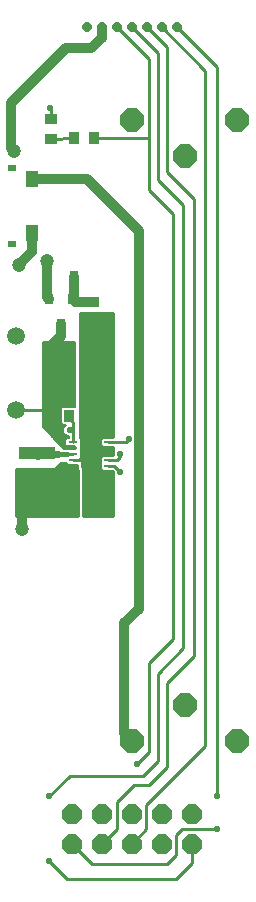
<source format=gtl>
G75*
%MOIN*%
%OFA0B0*%
%FSLAX25Y25*%
%IPPOS*%
%LPD*%
%AMOC8*
5,1,8,0,0,1.08239X$1,22.5*
%
%ADD10OC8,0.06600*%
%ADD11OC8,0.03248*%
%ADD12R,0.06496X0.09449*%
%ADD13R,0.03150X0.01102*%
%ADD14R,0.01102X0.02756*%
%ADD15R,0.12008X0.04488*%
%ADD16R,0.03800X0.06000*%
%ADD17R,0.03500X0.04200*%
%ADD18C,0.05906*%
%ADD19R,0.04200X0.03500*%
%ADD20OC8,0.07800*%
%ADD21R,0.03000X0.04000*%
%ADD22R,0.03150X0.03543*%
%ADD23R,0.03150X0.02362*%
%ADD24R,0.04134X0.05709*%
%ADD25C,0.01000*%
%ADD26C,0.02181*%
%ADD27C,0.00630*%
%ADD28C,0.02400*%
%ADD29C,0.03200*%
%ADD30C,0.02969*%
%ADD31C,0.01600*%
%ADD32C,0.04000*%
%ADD33C,0.04724*%
D10*
X0094504Y0066197D03*
X0094504Y0076197D03*
X0104504Y0076197D03*
X0104504Y0066197D03*
X0114504Y0066197D03*
X0114504Y0076197D03*
X0124504Y0076197D03*
X0124504Y0066197D03*
X0134504Y0066197D03*
X0134504Y0076197D03*
D11*
X0129504Y0338559D03*
X0124504Y0338559D03*
X0119504Y0338559D03*
X0114504Y0338559D03*
X0109504Y0338559D03*
X0104504Y0338559D03*
X0099504Y0338559D03*
D12*
X0100724Y0196197D03*
D13*
X0094917Y0196197D03*
X0094917Y0198165D03*
X0094917Y0200134D03*
X0094917Y0194228D03*
X0094917Y0192260D03*
X0106531Y0192260D03*
X0106531Y0194228D03*
X0106531Y0196197D03*
X0106531Y0198165D03*
X0106531Y0200134D03*
D14*
X0101709Y0202299D03*
X0099740Y0202299D03*
X0099740Y0190094D03*
X0101709Y0190094D03*
D15*
X0083008Y0187929D03*
X0083008Y0196591D03*
D16*
X0093672Y0183402D03*
X0101872Y0183402D03*
X0101872Y0215882D03*
X0101872Y0224740D03*
X0093672Y0224740D03*
X0093672Y0215882D03*
D17*
X0093663Y0208835D03*
X0100463Y0208835D03*
X0102156Y0301512D03*
X0095356Y0301512D03*
D18*
X0076118Y0235567D03*
X0076118Y0210961D03*
D19*
X0101709Y0240041D03*
X0101709Y0246841D03*
X0087535Y0301065D03*
X0087535Y0307865D03*
D20*
X0114720Y0307535D03*
X0132220Y0295535D03*
X0149720Y0307535D03*
X0132220Y0112535D03*
X0114720Y0100535D03*
X0149720Y0100535D03*
D21*
X0095282Y0255252D03*
X0086482Y0255252D03*
D22*
X0087142Y0247772D03*
X0090882Y0239504D03*
X0094622Y0247772D03*
D23*
X0074543Y0266276D03*
X0074543Y0291472D03*
D24*
X0081335Y0287831D03*
X0081335Y0269917D03*
D25*
X0097181Y0243047D02*
X0097181Y0234222D01*
X0097218Y0234185D01*
X0097218Y0201515D01*
X0097592Y0201141D01*
X0097592Y0195190D01*
X0097246Y0194844D01*
X0097450Y0194844D01*
X0098387Y0193907D01*
X0098387Y0175331D01*
X0108205Y0175331D01*
X0108205Y0190391D01*
X0107987Y0190609D01*
X0104501Y0190609D01*
X0103857Y0191253D01*
X0103857Y0195235D01*
X0104501Y0195880D01*
X0108205Y0195880D01*
X0108205Y0198483D01*
X0104501Y0198483D01*
X0103857Y0199127D01*
X0103857Y0201141D01*
X0104501Y0201785D01*
X0108205Y0201785D01*
X0108205Y0243047D01*
X0097181Y0243047D01*
X0097181Y0242270D02*
X0108205Y0242270D01*
X0108205Y0241272D02*
X0097181Y0241272D01*
X0097181Y0240273D02*
X0108205Y0240273D01*
X0108205Y0239275D02*
X0097181Y0239275D01*
X0097181Y0238276D02*
X0108205Y0238276D01*
X0108205Y0237278D02*
X0097181Y0237278D01*
X0097181Y0236279D02*
X0108205Y0236279D01*
X0108205Y0235281D02*
X0097181Y0235281D01*
X0097181Y0234282D02*
X0108205Y0234282D01*
X0108205Y0233284D02*
X0097218Y0233284D01*
X0097218Y0232285D02*
X0108205Y0232285D01*
X0108205Y0231287D02*
X0097218Y0231287D01*
X0097218Y0230288D02*
X0108205Y0230288D01*
X0108205Y0229290D02*
X0097218Y0229290D01*
X0097218Y0228291D02*
X0108205Y0228291D01*
X0108205Y0227293D02*
X0097218Y0227293D01*
X0097218Y0226294D02*
X0108205Y0226294D01*
X0108205Y0225296D02*
X0097218Y0225296D01*
X0097218Y0224297D02*
X0108205Y0224297D01*
X0108205Y0223299D02*
X0097218Y0223299D01*
X0097218Y0222300D02*
X0108205Y0222300D01*
X0108205Y0221302D02*
X0097218Y0221302D01*
X0097218Y0220303D02*
X0108205Y0220303D01*
X0108205Y0219304D02*
X0097218Y0219304D01*
X0097218Y0218306D02*
X0108205Y0218306D01*
X0108205Y0217307D02*
X0097218Y0217307D01*
X0097218Y0216309D02*
X0108205Y0216309D01*
X0108205Y0215310D02*
X0097218Y0215310D01*
X0097218Y0214312D02*
X0108205Y0214312D01*
X0108205Y0213313D02*
X0097218Y0213313D01*
X0097218Y0212315D02*
X0108205Y0212315D01*
X0108205Y0211316D02*
X0097218Y0211316D01*
X0097218Y0210318D02*
X0108205Y0210318D01*
X0108205Y0209319D02*
X0097218Y0209319D01*
X0097218Y0208321D02*
X0108205Y0208321D01*
X0108205Y0207322D02*
X0097218Y0207322D01*
X0097218Y0206324D02*
X0108205Y0206324D01*
X0108205Y0205325D02*
X0097218Y0205325D01*
X0097218Y0204327D02*
X0108205Y0204327D01*
X0108205Y0203328D02*
X0097218Y0203328D01*
X0097218Y0202330D02*
X0108205Y0202330D01*
X0106531Y0200134D02*
X0112535Y0200134D01*
X0113520Y0201118D01*
X0110567Y0196197D02*
X0110567Y0195213D01*
X0109583Y0194228D01*
X0106531Y0194228D01*
X0106531Y0192260D02*
X0108598Y0192260D01*
X0110567Y0190291D01*
X0108205Y0190348D02*
X0098387Y0190348D01*
X0098387Y0191346D02*
X0103857Y0191346D01*
X0103857Y0192345D02*
X0098387Y0192345D01*
X0098756Y0193244D02*
X0097772Y0194228D01*
X0094917Y0194228D01*
X0094917Y0196197D02*
X0092850Y0196197D01*
X0091866Y0198165D02*
X0089898Y0200134D01*
X0089898Y0206039D01*
X0089898Y0210961D01*
X0076118Y0210961D01*
X0076118Y0191276D02*
X0088913Y0191276D01*
X0090882Y0193244D01*
X0092243Y0193244D01*
X0092243Y0193222D01*
X0092887Y0192577D01*
X0096376Y0192577D01*
X0096376Y0191017D01*
X0096787Y0190606D01*
X0096787Y0175528D01*
X0076118Y0175528D01*
X0076118Y0191276D01*
X0076118Y0190348D02*
X0096787Y0190348D01*
X0096787Y0189349D02*
X0076118Y0189349D01*
X0076118Y0188351D02*
X0096787Y0188351D01*
X0096787Y0187352D02*
X0076118Y0187352D01*
X0076118Y0186354D02*
X0096787Y0186354D01*
X0096787Y0185355D02*
X0076118Y0185355D01*
X0076118Y0184357D02*
X0096787Y0184357D01*
X0096787Y0183358D02*
X0076118Y0183358D01*
X0076118Y0182360D02*
X0096787Y0182360D01*
X0096787Y0181361D02*
X0076118Y0181361D01*
X0076118Y0180363D02*
X0096787Y0180363D01*
X0096787Y0179364D02*
X0076118Y0179364D01*
X0076118Y0178366D02*
X0096787Y0178366D01*
X0096787Y0177367D02*
X0076118Y0177367D01*
X0076118Y0176369D02*
X0096787Y0176369D01*
X0098387Y0176369D02*
X0108205Y0176369D01*
X0108205Y0177367D02*
X0098387Y0177367D01*
X0098387Y0178366D02*
X0108205Y0178366D01*
X0108205Y0179364D02*
X0098387Y0179364D01*
X0098387Y0180363D02*
X0108205Y0180363D01*
X0108205Y0181361D02*
X0098387Y0181361D01*
X0098387Y0182360D02*
X0108205Y0182360D01*
X0108205Y0183358D02*
X0098387Y0183358D01*
X0098387Y0184357D02*
X0108205Y0184357D01*
X0108205Y0185355D02*
X0098387Y0185355D01*
X0098387Y0186354D02*
X0108205Y0186354D01*
X0108205Y0187352D02*
X0098387Y0187352D01*
X0098387Y0188351D02*
X0108205Y0188351D01*
X0108205Y0189349D02*
X0098387Y0189349D01*
X0096376Y0191346D02*
X0088984Y0191346D01*
X0089982Y0192345D02*
X0096376Y0192345D01*
X0098387Y0193343D02*
X0103857Y0193343D01*
X0103857Y0194342D02*
X0097953Y0194342D01*
X0097592Y0195340D02*
X0103962Y0195340D01*
X0103857Y0199334D02*
X0097592Y0199334D01*
X0097592Y0198336D02*
X0108205Y0198336D01*
X0108205Y0197337D02*
X0097592Y0197337D01*
X0097592Y0196339D02*
X0108205Y0196339D01*
X0103857Y0200333D02*
X0097592Y0200333D01*
X0097402Y0201331D02*
X0104047Y0201331D01*
X0094917Y0200134D02*
X0094917Y0204071D01*
X0093835Y0204071D01*
X0094917Y0204071D02*
X0094917Y0206596D01*
X0093663Y0208835D01*
X0094917Y0198165D02*
X0091866Y0198165D01*
X0098387Y0175370D02*
X0108205Y0175370D01*
X0128283Y0134386D02*
X0128283Y0260370D01*
X0128283Y0257614D01*
X0128283Y0260370D02*
X0128283Y0276118D01*
X0120409Y0283992D01*
X0120409Y0301512D01*
X0102156Y0301512D01*
X0095356Y0301512D02*
X0087535Y0301065D01*
X0087535Y0307865D02*
X0087535Y0311354D01*
X0087339Y0311551D01*
X0109504Y0338559D02*
X0120409Y0327654D01*
X0120409Y0301512D01*
X0126315Y0290094D02*
X0126315Y0331748D01*
X0119504Y0338559D01*
X0114504Y0338559D02*
X0123362Y0329701D01*
X0123362Y0287535D01*
X0131827Y0279071D01*
X0131827Y0131433D01*
X0123362Y0122969D01*
X0123362Y0093835D01*
X0118441Y0088913D01*
X0093835Y0088913D01*
X0086945Y0082024D01*
X0094504Y0066197D02*
X0101315Y0059386D01*
X0126315Y0059386D01*
X0129268Y0062339D01*
X0129268Y0069228D01*
X0131236Y0071197D01*
X0143047Y0071197D01*
X0143047Y0082024D02*
X0143047Y0317260D01*
X0143047Y0325016D01*
X0129504Y0338559D01*
X0124504Y0338559D02*
X0139110Y0323953D01*
X0139110Y0319228D01*
X0139110Y0322181D01*
X0139110Y0319228D02*
X0139110Y0098756D01*
X0119425Y0079071D01*
X0119425Y0071197D01*
X0114504Y0066276D01*
X0114504Y0066197D01*
X0109583Y0071197D02*
X0109583Y0080055D01*
X0115488Y0085961D01*
X0120409Y0085961D01*
X0126315Y0091866D01*
X0126315Y0119819D01*
X0135370Y0128874D01*
X0135370Y0281039D01*
X0126315Y0290094D01*
X0143047Y0317260D02*
X0143047Y0322181D01*
X0128283Y0134386D02*
X0120409Y0126512D01*
X0120409Y0096787D01*
X0116472Y0092850D01*
X0109583Y0071197D02*
X0104583Y0066197D01*
X0104504Y0066197D01*
X0092850Y0054465D02*
X0129268Y0054465D01*
X0134504Y0059701D01*
X0134504Y0066197D01*
X0092850Y0054465D02*
X0086945Y0060370D01*
D26*
X0086945Y0060370D03*
X0086945Y0082024D03*
X0116472Y0092850D03*
X0143047Y0082024D03*
X0143047Y0071197D03*
X0110567Y0190291D03*
X0110567Y0196197D03*
X0113520Y0201118D03*
X0102693Y0199150D03*
X0100724Y0196197D03*
X0098756Y0199150D03*
X0098756Y0193244D03*
X0095803Y0189307D03*
X0102693Y0193244D03*
X0093835Y0204071D03*
X0089898Y0206039D03*
X0087339Y0311551D03*
D27*
X0084976Y0233598D02*
X0095803Y0233598D01*
X0095803Y0211838D01*
X0095792Y0211850D01*
X0091534Y0211850D01*
X0090998Y0211314D01*
X0090998Y0206356D01*
X0091534Y0205820D01*
X0092747Y0205820D01*
X0091829Y0204902D01*
X0091829Y0203240D01*
X0093004Y0202065D01*
X0093502Y0202065D01*
X0093502Y0201600D01*
X0092964Y0201600D01*
X0092428Y0201064D01*
X0092428Y0199204D01*
X0092964Y0198668D01*
X0095803Y0198668D01*
X0095803Y0197663D01*
X0093810Y0197663D01*
X0093561Y0197912D01*
X0092120Y0197912D01*
X0084976Y0205055D01*
X0084976Y0233598D01*
X0084976Y0233318D02*
X0095803Y0233318D01*
X0095803Y0232690D02*
X0084976Y0232690D01*
X0084976Y0232061D02*
X0095803Y0232061D01*
X0095803Y0231433D02*
X0084976Y0231433D01*
X0084976Y0230805D02*
X0095803Y0230805D01*
X0095803Y0230176D02*
X0084976Y0230176D01*
X0084976Y0229548D02*
X0095803Y0229548D01*
X0095803Y0228919D02*
X0084976Y0228919D01*
X0084976Y0228291D02*
X0095803Y0228291D01*
X0095803Y0227662D02*
X0084976Y0227662D01*
X0084976Y0227034D02*
X0095803Y0227034D01*
X0095803Y0226405D02*
X0084976Y0226405D01*
X0084976Y0225777D02*
X0095803Y0225777D01*
X0095803Y0225149D02*
X0084976Y0225149D01*
X0084976Y0224520D02*
X0095803Y0224520D01*
X0095803Y0223892D02*
X0084976Y0223892D01*
X0084976Y0223263D02*
X0095803Y0223263D01*
X0095803Y0222635D02*
X0084976Y0222635D01*
X0084976Y0222006D02*
X0095803Y0222006D01*
X0095803Y0221378D02*
X0084976Y0221378D01*
X0084976Y0220750D02*
X0095803Y0220750D01*
X0095803Y0220121D02*
X0084976Y0220121D01*
X0084976Y0219493D02*
X0095803Y0219493D01*
X0095803Y0218864D02*
X0084976Y0218864D01*
X0084976Y0218236D02*
X0095803Y0218236D01*
X0095803Y0217607D02*
X0084976Y0217607D01*
X0084976Y0216979D02*
X0095803Y0216979D01*
X0095803Y0216351D02*
X0084976Y0216351D01*
X0084976Y0215722D02*
X0095803Y0215722D01*
X0095803Y0215094D02*
X0084976Y0215094D01*
X0084976Y0214465D02*
X0095803Y0214465D01*
X0095803Y0213837D02*
X0084976Y0213837D01*
X0084976Y0213208D02*
X0095803Y0213208D01*
X0095803Y0212580D02*
X0084976Y0212580D01*
X0084976Y0211952D02*
X0095803Y0211952D01*
X0092595Y0205667D02*
X0084976Y0205667D01*
X0084993Y0205039D02*
X0091966Y0205039D01*
X0091829Y0204410D02*
X0085621Y0204410D01*
X0086250Y0203782D02*
X0091829Y0203782D01*
X0091916Y0203153D02*
X0086878Y0203153D01*
X0087506Y0202525D02*
X0092544Y0202525D01*
X0093502Y0201897D02*
X0088135Y0201897D01*
X0088763Y0201268D02*
X0092632Y0201268D01*
X0092428Y0200640D02*
X0089392Y0200640D01*
X0090020Y0200011D02*
X0092428Y0200011D01*
X0092428Y0199383D02*
X0090649Y0199383D01*
X0091277Y0198754D02*
X0092877Y0198754D01*
X0091905Y0198126D02*
X0095803Y0198126D01*
X0091058Y0206296D02*
X0084976Y0206296D01*
X0084976Y0206924D02*
X0090998Y0206924D01*
X0090998Y0207552D02*
X0084976Y0207552D01*
X0084976Y0208181D02*
X0090998Y0208181D01*
X0090998Y0208809D02*
X0084976Y0208809D01*
X0084976Y0209438D02*
X0090998Y0209438D01*
X0090998Y0210066D02*
X0084976Y0210066D01*
X0084976Y0210695D02*
X0090998Y0210695D01*
X0091007Y0211323D02*
X0084976Y0211323D01*
D28*
X0086945Y0224740D02*
X0093672Y0224740D01*
X0086945Y0224740D02*
X0086945Y0231398D01*
X0095553Y0246841D02*
X0094622Y0247772D01*
X0095282Y0248431D01*
X0101709Y0240041D02*
X0106236Y0240041D01*
X0106236Y0239898D01*
X0106236Y0224937D02*
X0106236Y0224740D01*
X0101872Y0224740D01*
X0101872Y0215882D02*
X0106236Y0215882D01*
X0104661Y0210764D02*
X0102732Y0208835D01*
X0100463Y0208835D01*
X0089898Y0196197D02*
X0083402Y0196197D01*
X0101872Y0183402D02*
X0106236Y0183402D01*
X0106236Y0183598D01*
D29*
X0116866Y0144622D02*
X0116866Y0270606D01*
X0099642Y0287831D01*
X0081335Y0287831D01*
X0075478Y0297034D02*
X0074297Y0298215D01*
X0074297Y0313023D01*
X0092589Y0331315D01*
X0101039Y0331315D01*
X0104504Y0334780D01*
X0104504Y0338559D01*
X0081335Y0269917D02*
X0081335Y0264032D01*
X0081042Y0263325D02*
X0076906Y0259189D01*
X0081042Y0263325D02*
X0081084Y0263369D01*
X0081122Y0263415D01*
X0081158Y0263464D01*
X0081191Y0263515D01*
X0081220Y0263567D01*
X0081247Y0263622D01*
X0081270Y0263677D01*
X0081290Y0263734D01*
X0081306Y0263793D01*
X0081319Y0263852D01*
X0081328Y0263911D01*
X0081333Y0263972D01*
X0081335Y0264032D01*
X0086354Y0260370D02*
X0086354Y0255560D01*
X0086482Y0255252D02*
X0086482Y0248431D01*
X0087142Y0247772D01*
X0086482Y0255252D02*
X0086456Y0255280D01*
X0086433Y0255310D01*
X0086412Y0255342D01*
X0086395Y0255376D01*
X0086380Y0255411D01*
X0086369Y0255447D01*
X0086361Y0255484D01*
X0086356Y0255522D01*
X0086354Y0255560D01*
X0090882Y0239504D02*
X0090882Y0235335D01*
X0086945Y0231398D01*
X0095553Y0246841D02*
X0101709Y0246841D01*
X0095282Y0248431D02*
X0095282Y0255252D01*
X0083008Y0188323D02*
X0078183Y0183498D01*
X0077890Y0182791D02*
X0077890Y0171000D01*
X0077890Y0182791D02*
X0077892Y0182851D01*
X0077897Y0182912D01*
X0077906Y0182971D01*
X0077919Y0183030D01*
X0077935Y0183089D01*
X0077955Y0183146D01*
X0077978Y0183201D01*
X0078005Y0183256D01*
X0078034Y0183308D01*
X0078067Y0183359D01*
X0078103Y0183408D01*
X0078141Y0183454D01*
X0078183Y0183498D01*
X0083008Y0187929D02*
X0083008Y0188323D01*
X0116866Y0144622D02*
X0112142Y0139898D01*
X0112142Y0103114D01*
X0114720Y0100535D01*
D30*
X0106236Y0183598D03*
X0104661Y0210764D03*
X0106236Y0215882D03*
X0106236Y0224937D03*
X0106236Y0239898D03*
D31*
X0092850Y0196197D02*
X0089898Y0196197D01*
D32*
X0083402Y0196197D02*
X0083008Y0196591D01*
D33*
X0077890Y0171000D03*
X0076906Y0259189D03*
X0086354Y0260370D03*
X0075478Y0297034D03*
M02*

</source>
